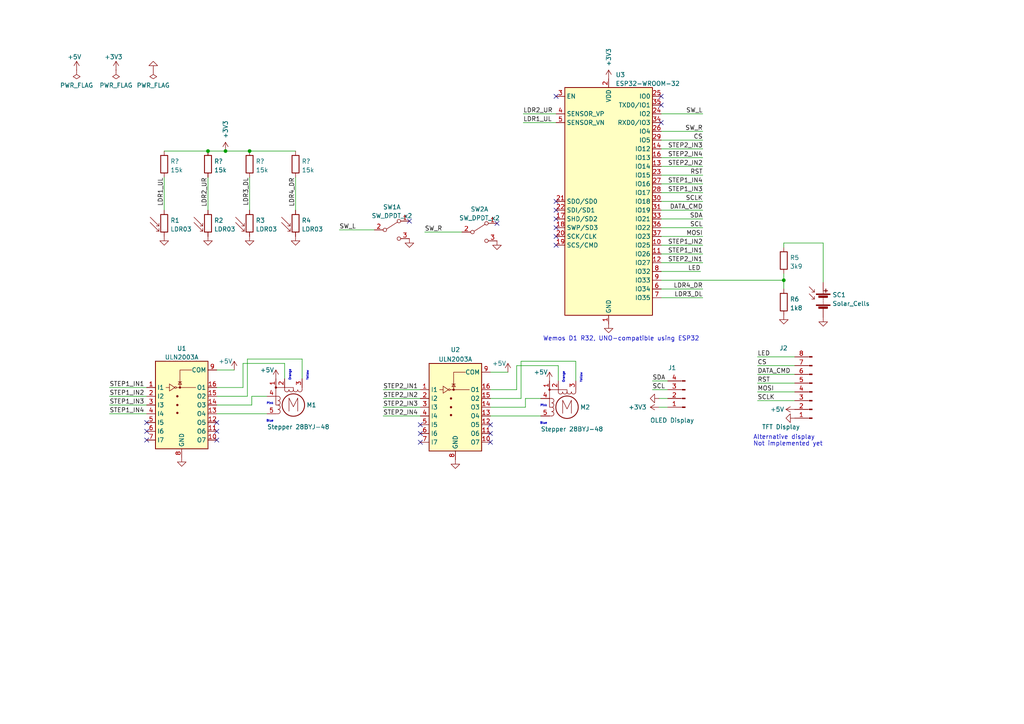
<source format=kicad_sch>
(kicad_sch (version 20211123) (generator eeschema)
  (paper "A4")
  (lib_symbols
    (symbol "Connector:Conn_01x04_Male" (pin_names (offset 1.016) hide)
      (property "Reference" "J" (at 0 5.08 0))
      (property "Value" "Conn_01x04_Male" (at 0 -7.62 0))
      (symbol "Conn_01x04_Male_1_1"
        (polyline (pts (xy 1.27 -5.08) (xy 0.8636 -5.08)) (stroke (width 0.1524)))
        (polyline (pts (xy 1.27 -2.54) (xy 0.8636 -2.54)) (stroke (width 0.1524)))
        (polyline (pts (xy 1.27 0) (xy 0.8636 0)) (stroke (width 0.1524)))
        (polyline (pts (xy 1.27 2.54) (xy 0.8636 2.54)) (stroke (width 0.1524)))
        (rectangle (start 0.8636 -4.953) (end 0 -5.207) (stroke (width 0.1524)) (fill (type outline)))
        (rectangle (start 0.8636 -2.413) (end 0 -2.667) (stroke (width 0.1524)) (fill (type outline)))
        (rectangle (start 0.8636 0.127) (end 0 -0.127) (stroke (width 0.1524)) (fill (type outline)))
        (rectangle (start 0.8636 2.667) (end 0 2.413) (stroke (width 0.1524)) (fill (type outline)))
        (pin passive line (at 5.08 2.54 180) (length 3.81) (name "Pin_1") (number "1"))
        (pin passive line (at 5.08 0 180) (length 3.81) (name "Pin_2") (number "2"))
        (pin passive line (at 5.08 -2.54 180) (length 3.81) (name "Pin_3") (number "3"))
        (pin passive line (at 5.08 -5.08 180) (length 3.81) (name "Pin_4") (number "4"))
      )
    )
    (symbol "Connector:Conn_01x08_Male" (pin_names (offset 1.016) hide)
      (property "Reference" "J" (at 0 10.16 0))
      (property "Value" "Conn_01x08_Male" (at 0 -12.7 0))
      (symbol "Conn_01x08_Male_1_1"
        (polyline (pts (xy 1.27 -10.16) (xy 0.8636 -10.16)) (stroke (width 0.1524)))
        (polyline (pts (xy 1.27 -7.62) (xy 0.8636 -7.62)) (stroke (width 0.1524)))
        (polyline (pts (xy 1.27 -5.08) (xy 0.8636 -5.08)) (stroke (width 0.1524)))
        (polyline (pts (xy 1.27 -2.54) (xy 0.8636 -2.54)) (stroke (width 0.1524)))
        (polyline (pts (xy 1.27 0) (xy 0.8636 0)) (stroke (width 0.1524)))
        (polyline (pts (xy 1.27 2.54) (xy 0.8636 2.54)) (stroke (width 0.1524)))
        (polyline (pts (xy 1.27 5.08) (xy 0.8636 5.08)) (stroke (width 0.1524)))
        (polyline (pts (xy 1.27 7.62) (xy 0.8636 7.62)) (stroke (width 0.1524)))
        (rectangle (start 0.8636 -10.033) (end 0 -10.287) (stroke (width 0.1524)) (fill (type outline)))
        (rectangle (start 0.8636 -7.493) (end 0 -7.747) (stroke (width 0.1524)) (fill (type outline)))
        (rectangle (start 0.8636 -4.953) (end 0 -5.207) (stroke (width 0.1524)) (fill (type outline)))
        (rectangle (start 0.8636 -2.413) (end 0 -2.667) (stroke (width 0.1524)) (fill (type outline)))
        (rectangle (start 0.8636 0.127) (end 0 -0.127) (stroke (width 0.1524)) (fill (type outline)))
        (rectangle (start 0.8636 2.667) (end 0 2.413) (stroke (width 0.1524)) (fill (type outline)))
        (rectangle (start 0.8636 5.207) (end 0 4.953) (stroke (width 0.1524)) (fill (type outline)))
        (rectangle (start 0.8636 7.747) (end 0 7.493) (stroke (width 0.1524)) (fill (type outline)))
        (pin passive line (at 5.08 7.62 180) (length 3.81) (name "Pin_1") (number "1"))
        (pin passive line (at 5.08 5.08 180) (length 3.81) (name "Pin_2") (number "2"))
        (pin passive line (at 5.08 2.54 180) (length 3.81) (name "Pin_3") (number "3"))
        (pin passive line (at 5.08 0 180) (length 3.81) (name "Pin_4") (number "4"))
        (pin passive line (at 5.08 -2.54 180) (length 3.81) (name "Pin_5") (number "5"))
        (pin passive line (at 5.08 -5.08 180) (length 3.81) (name "Pin_6") (number "6"))
        (pin passive line (at 5.08 -7.62 180) (length 3.81) (name "Pin_7") (number "7"))
        (pin passive line (at 5.08 -10.16 180) (length 3.81) (name "Pin_8") (number "8"))
      )
    )
    (symbol "Device:R" (pin_numbers hide) (pin_names (offset 0))
      (property "Reference" "R" (at 2.032 0 90))
      (property "Value" "R" (at 0 0 90))
      (symbol "R_0_1"
        (rectangle (start -1.016 -2.54) (end 1.016 2.54) (stroke (width 0.254)))
      )
      (symbol "R_1_1"
        (pin passive line (at 0 3.81 270) (length 1.27) (name "~") (number "1"))
        (pin passive line (at 0 -3.81 90) (length 1.27) (name "~") (number "2"))
      )
    )
    (symbol "Device:Solar_Cells" (pin_numbers hide) (pin_names (offset 0) hide)
      (property "Reference" "SC" (at 2.54 2.54 0))
      (property "Value" "Solar_Cells" (at 2.54 0 0))
      (symbol "Solar_Cells_0_1"
        (rectangle (start -2.032 -1.397) (end 2.032 -1.651) (fill (type outline)))
        (rectangle (start -2.032 1.778) (end 2.032 1.524) (fill (type outline)))
        (rectangle (start -1.3208 -1.9812) (end 1.27 -2.4892) (fill (type outline)))
        (rectangle (start -1.3208 1.1938) (end 1.27 0.6858) (fill (type outline)))
        (polyline (pts (xy -2.54 0.254) (xy -4.064 1.778)))
        (polyline (pts (xy -2.54 2.286) (xy -4.064 3.81)))
        (polyline (pts (xy 0 -1.524) (xy 0 -1.27)))
        (polyline (pts (xy 0 -1.016) (xy 0 -0.762)))
        (polyline (pts (xy 0 -0.508) (xy 0 -0.254)))
        (polyline (pts (xy 0 0) (xy 0 0.254)))
        (polyline (pts (xy 0 0.508) (xy 0 0.762)))
        (polyline (pts (xy 0 1.778) (xy 0 2.54)))
        (polyline (pts (xy 0.254 2.667) (xy 1.27 2.667)) (stroke (width 0.254)))
        (polyline (pts (xy 0.762 3.175) (xy 0.762 2.159)) (stroke (width 0.254)))
        (polyline (pts (xy -2.54 1.016) (xy -2.54 0.254) (xy -3.302 0.254)))
        (polyline (pts (xy -2.54 3.048) (xy -2.54 2.286) (xy -3.302 2.286)))
      )
      (symbol "Solar_Cells_1_1"
        (pin passive line (at 0 5.08 270) (length 2.54) (name "+") (number "1"))
        (pin passive line (at 0 -5.08 90) (length 2.54) (name "-") (number "2"))
      )
    )
    (symbol "Motor:Stepper_Motor_unipolar_5pin" (pin_names (offset 0) hide)
      (property "Reference" "M" (at 3.81 2.54 0))
      (property "Value" "Stepper_Motor_unipolar_5pin" (at 3.81 1.27 0))
      (symbol "Stepper_Motor_unipolar_5pin_0_0"
        (polyline (pts (xy -1.27 -1.778) (xy -1.27 2.032) (xy 0 -0.508) (xy 1.27 2.032) (xy 1.27 -1.778)))
      )
      (symbol "Stepper_Motor_unipolar_5pin_0_1"
        (circle (center -5.08 5.08) (radius 0.0001) (fill (type outline)))
        (circle (center -5.08 5.08) (radius 0.254) (fill (type outline)))
        (arc (start -4.445 -2.54) (mid -3.81 -1.905) (end -4.445 -1.27))
        (arc (start -4.445 -1.27) (mid -3.81 -0.635) (end -4.445 0))
        (arc (start -4.445 0) (mid -3.81 0.635) (end -4.445 1.27))
        (arc (start -4.445 1.27) (mid -3.81 1.905) (end -4.445 2.54))
        (arc (start -2.54 4.445) (mid -1.905 3.81) (end -1.27 4.445))
        (arc (start -1.27 4.445) (mid -0.635 3.81) (end 0 4.445))
        (polyline (pts (xy -5.08 -2.54) (xy -4.445 -2.54)))
        (polyline (pts (xy -5.08 2.54) (xy -4.445 2.54)))
        (polyline (pts (xy -2.54 4.445) (xy -2.54 5.08)))
        (polyline (pts (xy 2.54 4.445) (xy 2.54 5.08)))
        (polyline (pts (xy -5.08 5.08) (xy -5.08 0) (xy -4.445 0)))
        (polyline (pts (xy 0 4.445) (xy 0 5.08) (xy -5.08 5.08)))
        (circle (center 0 0) (radius 3.2512) (stroke (width 0.254)))
        (arc (start 0 4.445) (mid 0.635 3.81) (end 1.27 4.445))
        (arc (start 1.27 4.445) (mid 1.905 3.81) (end 2.54 4.445))
      )
      (symbol "Stepper_Motor_unipolar_5pin_1_1"
        (pin passive line (at -5.08 7.62 270) (length 2.54) (name "~") (number "1"))
        (pin passive line (at -2.54 7.62 270) (length 2.54) (name "~") (number "2"))
        (pin passive line (at 2.54 7.62 270) (length 2.54) (name "-") (number "3"))
        (pin passive line (at -7.62 2.54 0) (length 2.54) (name "~") (number "4"))
        (pin passive line (at -7.62 -2.54 0) (length 2.54) (name "~") (number "5"))
      )
    )
    (symbol "RF_Module:ESP32-WROOM-32"
      (property "Reference" "U" (at -12.7 34.29 0))
      (property "Value" "ESP32-WROOM-32" (at 1.27 34.29 0))
      (symbol "ESP32-WROOM-32_0_1"
        (rectangle (start -12.7 33.02) (end 12.7 -33.02) (stroke (width 0.254)) (fill (type background)))
      )
      (symbol "ESP32-WROOM-32_1_1"
        (pin power_in line (at 0 -35.56 90) (length 2.54) (name "GND") (number "1"))
        (pin bidirectional line (at 15.24 -12.7 180) (length 2.54) (name "IO25") (number "10"))
        (pin bidirectional line (at 15.24 -15.24 180) (length 2.54) (name "IO26") (number "11"))
        (pin bidirectional line (at 15.24 -17.78 180) (length 2.54) (name "IO27") (number "12"))
        (pin bidirectional line (at 15.24 10.16 180) (length 2.54) (name "IO14") (number "13"))
        (pin bidirectional line (at 15.24 15.24 180) (length 2.54) (name "IO12") (number "14"))
        (pin passive line (at 0 -35.56 90) (length 2.54) hide (name "GND") (number "15"))
        (pin bidirectional line (at 15.24 12.7 180) (length 2.54) (name "IO13") (number "16"))
        (pin bidirectional line (at -15.24 -5.08 0) (length 2.54) (name "SHD/SD2") (number "17"))
        (pin bidirectional line (at -15.24 -7.62 0) (length 2.54) (name "SWP/SD3") (number "18"))
        (pin bidirectional line (at -15.24 -12.7 0) (length 2.54) (name "SCS/CMD") (number "19"))
        (pin power_in line (at 0 35.56 270) (length 2.54) (name "VDD") (number "2"))
        (pin bidirectional line (at -15.24 -10.16 0) (length 2.54) (name "SCK/CLK") (number "20"))
        (pin bidirectional line (at -15.24 0 0) (length 2.54) (name "SDO/SD0") (number "21"))
        (pin bidirectional line (at -15.24 -2.54 0) (length 2.54) (name "SDI/SD1") (number "22"))
        (pin bidirectional line (at 15.24 7.62 180) (length 2.54) (name "IO15") (number "23"))
        (pin bidirectional line (at 15.24 25.4 180) (length 2.54) (name "IO2") (number "24"))
        (pin bidirectional line (at 15.24 30.48 180) (length 2.54) (name "IO0") (number "25"))
        (pin bidirectional line (at 15.24 20.32 180) (length 2.54) (name "IO4") (number "26"))
        (pin bidirectional line (at 15.24 5.08 180) (length 2.54) (name "IO16") (number "27"))
        (pin bidirectional line (at 15.24 2.54 180) (length 2.54) (name "IO17") (number "28"))
        (pin bidirectional line (at 15.24 17.78 180) (length 2.54) (name "IO5") (number "29"))
        (pin input line (at -15.24 30.48 0) (length 2.54) (name "EN") (number "3"))
        (pin bidirectional line (at 15.24 0 180) (length 2.54) (name "IO18") (number "30"))
        (pin bidirectional line (at 15.24 -2.54 180) (length 2.54) (name "IO19") (number "31"))
        (pin no_connect line (at -12.7 -27.94 0) (length 2.54) hide (name "NC") (number "32"))
        (pin bidirectional line (at 15.24 -5.08 180) (length 2.54) (name "IO21") (number "33"))
        (pin bidirectional line (at 15.24 22.86 180) (length 2.54) (name "RXD0/IO3") (number "34"))
        (pin bidirectional line (at 15.24 27.94 180) (length 2.54) (name "TXD0/IO1") (number "35"))
        (pin bidirectional line (at 15.24 -7.62 180) (length 2.54) (name "IO22") (number "36"))
        (pin bidirectional line (at 15.24 -10.16 180) (length 2.54) (name "IO23") (number "37"))
        (pin passive line (at 0 -35.56 90) (length 2.54) hide (name "GND") (number "38"))
        (pin passive line (at 0 -35.56 90) (length 2.54) hide (name "GND") (number "39"))
        (pin input line (at -15.24 25.4 0) (length 2.54) (name "SENSOR_VP") (number "4"))
        (pin input line (at -15.24 22.86 0) (length 2.54) (name "SENSOR_VN") (number "5"))
        (pin input line (at 15.24 -25.4 180) (length 2.54) (name "IO34") (number "6"))
        (pin input line (at 15.24 -27.94 180) (length 2.54) (name "IO35") (number "7"))
        (pin bidirectional line (at 15.24 -20.32 180) (length 2.54) (name "IO32") (number "8"))
        (pin bidirectional line (at 15.24 -22.86 180) (length 2.54) (name "IO33") (number "9"))
      )
    )
    (symbol "Sensor_Optical:LDR03" (pin_numbers hide) (pin_names (offset 0))
      (property "Reference" "R" (at -5.08 0 90))
      (property "Value" "LDR03" (at 1.905 0 90))
      (symbol "LDR03_0_1"
        (rectangle (start -1.016 2.54) (end 1.016 -2.54) (stroke (width 0.254)))
        (polyline (pts (xy -1.524 -2.286) (xy -4.064 0.254)))
        (polyline (pts (xy -1.524 -2.286) (xy -2.286 -2.286)))
        (polyline (pts (xy -1.524 -2.286) (xy -1.524 -1.524)))
        (polyline (pts (xy -1.524 -0.762) (xy -4.064 1.778)))
        (polyline (pts (xy -1.524 -0.762) (xy -2.286 -0.762)))
        (polyline (pts (xy -1.524 -0.762) (xy -1.524 0)))
      )
      (symbol "LDR03_1_1"
        (pin passive line (at 0 3.81 270) (length 1.27) (name "~") (number "1"))
        (pin passive line (at 0 -3.81 90) (length 1.27) (name "~") (number "2"))
      )
    )
    (symbol "Switch:SW_DPDT_x2" (pin_names (offset 0) hide)
      (property "Reference" "SW" (at 0 4.318 0))
      (property "Value" "SW_DPDT_x2" (at 0 -5.08 0))
      (symbol "SW_DPDT_x2_0_0"
        (circle (center -2.032 0) (radius 0.508))
        (circle (center 2.032 -2.54) (radius 0.508))
      )
      (symbol "SW_DPDT_x2_0_1"
        (polyline (pts (xy -1.524 0.254) (xy 1.651 2.286)))
        (circle (center 2.032 2.54) (radius 0.508))
      )
      (symbol "SW_DPDT_x2_1_1"
        (pin passive line (at 5.08 2.54 180) (length 2.54) (name "A") (number "1"))
        (pin passive line (at -5.08 0 0) (length 2.54) (name "B") (number "2"))
        (pin passive line (at 5.08 -2.54 180) (length 2.54) (name "C") (number "3"))
      )
      (symbol "SW_DPDT_x2_2_1"
        (pin passive line (at 5.08 2.54 180) (length 2.54) (name "A") (number "4"))
        (pin passive line (at -5.08 0 0) (length 2.54) (name "B") (number "5"))
        (pin passive line (at 5.08 -2.54 180) (length 2.54) (name "C") (number "6"))
      )
    )
    (symbol "Transistor_Array:ULN2003A"
      (property "Reference" "U" (at 0 15.875 0))
      (property "Value" "ULN2003A" (at 0 13.97 0))
      (symbol "ULN2003A_0_1"
        (rectangle (start -7.62 -12.7) (end 7.62 12.7) (stroke (width 0.254)) (fill (type background)))
        (circle (center -1.778 5.08) (radius 0.254))
        (circle (center -1.27 -2.286) (radius 0.254) (fill (type outline)))
        (circle (center -1.27 0) (radius 0.254) (fill (type outline)))
        (circle (center -1.27 2.54) (radius 0.254) (fill (type outline)))
        (circle (center -0.508 5.08) (radius 0.254) (fill (type outline)))
        (polyline (pts (xy -4.572 5.08) (xy -3.556 5.08)))
        (polyline (pts (xy -1.524 5.08) (xy 4.064 5.08)))
        (polyline (pts (xy 0 6.731) (xy -1.016 6.731)))
        (polyline (pts (xy -0.508 5.08) (xy -0.508 10.16) (xy 2.921 10.16)))
        (polyline (pts (xy -3.556 6.096) (xy -3.556 4.064) (xy -2.032 5.08) (xy -3.556 6.096)))
        (polyline (pts (xy 0 5.969) (xy -1.016 5.969) (xy -0.508 6.731) (xy 0 5.969)))
      )
      (symbol "ULN2003A_1_1"
        (pin input line (at -10.16 5.08 0) (length 2.54) (name "I1") (number "1"))
        (pin open_collector line (at 10.16 -10.16 180) (length 2.54) (name "O7") (number "10"))
        (pin open_collector line (at 10.16 -7.62 180) (length 2.54) (name "O6") (number "11"))
        (pin open_collector line (at 10.16 -5.08 180) (length 2.54) (name "O5") (number "12"))
        (pin open_collector line (at 10.16 -2.54 180) (length 2.54) (name "O4") (number "13"))
        (pin open_collector line (at 10.16 0 180) (length 2.54) (name "O3") (number "14"))
        (pin open_collector line (at 10.16 2.54 180) (length 2.54) (name "O2") (number "15"))
        (pin open_collector line (at 10.16 5.08 180) (length 2.54) (name "O1") (number "16"))
        (pin input line (at -10.16 2.54 0) (length 2.54) (name "I2") (number "2"))
        (pin input line (at -10.16 0 0) (length 2.54) (name "I3") (number "3"))
        (pin input line (at -10.16 -2.54 0) (length 2.54) (name "I4") (number "4"))
        (pin input line (at -10.16 -5.08 0) (length 2.54) (name "I5") (number "5"))
        (pin input line (at -10.16 -7.62 0) (length 2.54) (name "I6") (number "6"))
        (pin input line (at -10.16 -10.16 0) (length 2.54) (name "I7") (number "7"))
        (pin power_in line (at 0 -15.24 90) (length 2.54) (name "GND") (number "8"))
        (pin passive line (at 10.16 10.16 180) (length 2.54) (name "COM") (number "9"))
      )
    )
    (symbol "power:+3V3" (power) (pin_names (offset 0))
      (property "Value" "+3V3" (at 0 3.556 0))
      (symbol "+3V3_0_1"
        (polyline (pts (xy -0.762 1.27) (xy 0 2.54)))
        (polyline (pts (xy 0 0) (xy 0 2.54)))
        (polyline (pts (xy 0 2.54) (xy 0.762 1.27)))
      )
      (symbol "+3V3_1_1"
        (pin power_in line (at 0 0 90) (length 0) hide (name "+3V3") (number "1"))
      )
    )
    (symbol "power:+5V" (power) (pin_names (offset 0))
      (property "Value" "+5V" (at 0 3.556 0))
      (symbol "+5V_0_1"
        (polyline (pts (xy -0.762 1.27) (xy 0 2.54)))
        (polyline (pts (xy 0 0) (xy 0 2.54)))
        (polyline (pts (xy 0 2.54) (xy 0.762 1.27)))
      )
      (symbol "+5V_1_1"
        (pin power_in line (at 0 0 90) (length 0) hide (name "+5V") (number "1"))
      )
    )
    (symbol "power:GND" (power) (pin_names (offset 0))
      (property "Value" "GND" (at 0 -3.81 0))
      (symbol "GND_0_1"
        (polyline (pts (xy 0 0) (xy 0 -1.27) (xy 1.27 -1.27) (xy 0 -2.54) (xy -1.27 -1.27) (xy 0 -1.27)))
      )
      (symbol "GND_1_1"
        (pin power_in line (at 0 0 270) (length 0) hide (name "GND") (number "1"))
      )
    )
    (symbol "power:PWR_FLAG" (power) (pin_numbers hide) (pin_names (offset 0) hide)
      (property "Value" "PWR_FLAG" (at 0 3.81 0))
      (symbol "PWR_FLAG_0_0"
        (pin power_out line (at 0 0 90) (length 0) (name "pwr") (number "1"))
      )
      (symbol "PWR_FLAG_0_1"
        (polyline (pts (xy 0 0) (xy 0 1.27) (xy -1.016 1.905) (xy 0 2.54) (xy 1.016 1.905) (xy 0 1.27)))
      )
    )
  )
  (junction (at 65.405 43.815))
  (junction (at 72.39 43.815))
  (junction (at 60.325 43.815))
  (junction (at 227.33 81.28))
  (no_connect (at 62.865 127.635))
  (no_connect (at 42.545 125.095))
  (no_connect (at 62.865 125.095))
  (no_connect (at 161.29 27.94))
  (no_connect (at 191.77 35.56))
  (no_connect (at 191.77 30.48))
  (no_connect (at 191.77 27.94))
  (no_connect (at 161.29 58.42))
  (no_connect (at 161.29 60.96))
  (no_connect (at 161.29 63.5))
  (no_connect (at 161.29 66.04))
  (no_connect (at 161.29 68.58))
  (no_connect (at 161.29 71.12))
  (no_connect (at 62.865 122.555))
  (no_connect (at 42.545 122.555))
  (no_connect (at 142.24 125.73))
  (no_connect (at 142.24 128.27))
  (no_connect (at 121.92 128.27))
  (no_connect (at 121.92 125.73))
  (no_connect (at 142.24 123.19))
  (no_connect (at 144.145 64.77))
  (no_connect (at 118.745 64.135))
  (no_connect (at 121.92 123.19))
  (no_connect (at 42.545 127.635))
  (wire (pts (xy 191.77 50.8) (xy 203.835 50.8)))
  (wire (pts (xy 156.845 115.57) (xy 152.4 115.57)))
  (wire (pts (xy 85.725 51.435) (xy 85.725 60.96)))
  (wire (pts (xy 227.33 71.755) (xy 227.33 70.485)))
  (wire (pts (xy 191.77 33.02) (xy 203.835 33.02)))
  (wire (pts (xy 87.63 104.14) (xy 71.755 104.14)))
  (wire (pts (xy 227.33 81.28) (xy 227.33 83.82)))
  (wire (pts (xy 142.24 118.11) (xy 152.4 118.11)))
  (wire (pts (xy 31.75 120.015) (xy 42.545 120.015)))
  (wire (pts (xy 47.625 51.435) (xy 47.625 60.96)))
  (wire (pts (xy 227.33 79.375) (xy 227.33 81.28)))
  (wire (pts (xy 191.77 68.58) (xy 203.835 68.58)))
  (wire (pts (xy 219.71 108.585) (xy 230.505 108.585)))
  (wire (pts (xy 191.77 55.88) (xy 203.835 55.88)))
  (wire (pts (xy 72.39 51.435) (xy 72.39 60.96)))
  (wire (pts (xy 142.24 113.03) (xy 149.86 113.03)))
  (wire (pts (xy 71.755 104.14) (xy 71.755 114.935)))
  (wire (pts (xy 191.135 118.11) (xy 193.675 118.11)))
  (wire (pts (xy 62.865 120.015) (xy 77.47 120.015)))
  (wire (pts (xy 191.77 86.36) (xy 203.835 86.36)))
  (wire (pts (xy 191.77 40.64) (xy 203.835 40.64)))
  (wire (pts (xy 219.71 106.045) (xy 230.505 106.045)))
  (wire (pts (xy 62.865 112.395) (xy 70.485 112.395)))
  (wire (pts (xy 72.39 43.815) (xy 85.725 43.815)))
  (wire (pts (xy 191.77 78.74) (xy 203.2 78.74)))
  (wire (pts (xy 62.865 117.475) (xy 73.025 117.475)))
  (wire (pts (xy 191.77 66.04) (xy 203.835 66.04)))
  (wire (pts (xy 111.125 113.03) (xy 121.92 113.03)))
  (wire (pts (xy 189.23 113.03) (xy 193.675 113.03)))
  (wire (pts (xy 47.625 43.815) (xy 60.325 43.815)))
  (wire (pts (xy 31.75 112.395) (xy 42.545 112.395)))
  (wire (pts (xy 191.77 71.12) (xy 203.835 71.12)))
  (wire (pts (xy 87.63 109.855) (xy 87.63 104.14)))
  (wire (pts (xy 219.71 113.665) (xy 230.505 113.665)))
  (wire (pts (xy 167.005 104.775) (xy 151.13 104.775)))
  (wire (pts (xy 62.865 107.315) (xy 67.945 107.315)))
  (wire (pts (xy 111.125 115.57) (xy 121.92 115.57)))
  (wire (pts (xy 219.71 116.205) (xy 230.505 116.205)))
  (wire (pts (xy 161.925 106.045) (xy 149.86 106.045)))
  (wire (pts (xy 149.86 106.045) (xy 149.86 113.03)))
  (wire (pts (xy 73.025 114.935) (xy 73.025 117.475)))
  (wire (pts (xy 191.77 43.18) (xy 203.835 43.18)))
  (wire (pts (xy 219.71 103.505) (xy 230.505 103.505)))
  (wire (pts (xy 111.125 118.11) (xy 121.92 118.11)))
  (wire (pts (xy 152.4 115.57) (xy 152.4 118.11)))
  (wire (pts (xy 60.325 43.815) (xy 65.405 43.815)))
  (wire (pts (xy 142.24 120.65) (xy 156.845 120.65)))
  (wire (pts (xy 191.77 58.42) (xy 203.835 58.42)))
  (wire (pts (xy 31.75 114.935) (xy 42.545 114.935)))
  (wire (pts (xy 82.55 109.855) (xy 82.55 105.41)))
  (wire (pts (xy 189.23 110.49) (xy 193.675 110.49)))
  (wire (pts (xy 62.865 114.935) (xy 71.755 114.935)))
  (wire (pts (xy 98.425 66.675) (xy 108.585 66.675)))
  (wire (pts (xy 77.47 114.935) (xy 73.025 114.935)))
  (wire (pts (xy 151.765 33.02) (xy 161.29 33.02)))
  (wire (pts (xy 161.925 110.49) (xy 161.925 106.045)))
  (wire (pts (xy 191.77 83.82) (xy 203.835 83.82)))
  (wire (pts (xy 191.77 53.34) (xy 203.835 53.34)))
  (wire (pts (xy 142.24 107.95) (xy 147.32 107.95)))
  (wire (pts (xy 191.77 63.5) (xy 203.835 63.5)))
  (wire (pts (xy 191.77 60.96) (xy 203.835 60.96)))
  (wire (pts (xy 238.76 70.485) (xy 238.76 81.915)))
  (wire (pts (xy 191.135 115.57) (xy 193.675 115.57)))
  (wire (pts (xy 60.325 51.435) (xy 60.325 60.96)))
  (wire (pts (xy 65.405 43.815) (xy 72.39 43.815)))
  (wire (pts (xy 70.485 105.41) (xy 70.485 112.395)))
  (wire (pts (xy 191.77 81.28) (xy 227.33 81.28)))
  (wire (pts (xy 82.55 105.41) (xy 70.485 105.41)))
  (wire (pts (xy 191.77 48.26) (xy 203.835 48.26)))
  (wire (pts (xy 142.24 115.57) (xy 151.13 115.57)))
  (wire (pts (xy 111.125 120.65) (xy 121.92 120.65)))
  (wire (pts (xy 191.77 45.72) (xy 203.835 45.72)))
  (wire (pts (xy 219.71 111.125) (xy 230.505 111.125)))
  (wire (pts (xy 31.75 117.475) (xy 42.545 117.475)))
  (wire (pts (xy 167.005 110.49) (xy 167.005 104.775)))
  (wire (pts (xy 191.77 38.1) (xy 203.835 38.1)))
  (wire (pts (xy 151.13 104.775) (xy 151.13 115.57)))
  (wire (pts (xy 191.77 76.2) (xy 203.835 76.2)))
  (wire (pts (xy 227.33 70.485) (xy 238.76 70.485)))
  (wire (pts (xy 123.19 67.31) (xy 133.985 67.31)))
  (wire (pts (xy 151.765 35.56) (xy 161.29 35.56)))
  (wire (pts (xy 191.77 73.66) (xy 203.835 73.66)))
  (text "Blue" (at 79.375 122.555 180) (effects (font (size 0.6 0.6)) (justify right bottom)))
  (text "Wemos D1 R32, UNO-compatible using ESP32" (at 157.48 99.06 0) (effects (font (size 1.27 1.27)) (justify left bottom)))
  (text "Not implemented yet" (at 218.44 129.54 0) (effects (font (size 1.27 1.27)) (justify left bottom)))
  (text "Blue" (at 158.75 123.19 180) (effects (font (size 0.6 0.6)) (justify right bottom)))
  (text "Yellow" (at 89.535 110.49 90) (effects (font (size 0.6 0.6)) (justify left bottom)))
  (text "Alternative display" (at 218.44 127.635 0) (effects (font (size 1.27 1.27)) (justify left bottom)))
  (text "Pink" (at 79.375 117.475 180) (effects (font (size 0.6 0.6)) (justify right bottom)))
  (text "Orange" (at 163.83 111.125 90) (effects (font (size 0.6 0.6)) (justify left bottom)))
  (text "Orange" (at 84.455 110.49 90) (effects (font (size 0.6 0.6)) (justify left bottom)))
  (text "Pink" (at 158.75 118.11 180) (effects (font (size 0.6 0.6)) (justify right bottom)))
  (text "Yellow" (at 168.91 111.125 90) (effects (font (size 0.6 0.6)) (justify left bottom)))
  (label "STEP1_IN1" (at 203.835 73.66 180))
  (label "SDA" (at 189.23 110.49 0))
  (label "STEP1_IN2" (at 31.75 114.935 0))
  (label "STEP1_IN3" (at 203.835 55.88 180))
  (label "LDR3_DL" (at 72.39 51.435 270))
  (label "SCLK" (at 203.835 58.42 180))
  (label "LDR4_DR" (at 85.725 51.435 270))
  (label "LDR1_UL" (at 47.625 51.435 270))
  (label "STEP2_IN4" (at 111.125 120.65 0))
  (label "SCL" (at 203.835 66.04 180))
  (label "CS" (at 203.835 40.64 180))
  (label "RST" (at 203.835 50.8 180))
  (label "DATA_CMD" (at 203.835 60.96 180))
  (label "LED" (at 203.2 78.74 180))
  (label "STEP2_IN2" (at 203.835 48.26 180))
  (label "STEP2_IN4" (at 203.835 45.72 180))
  (label "LDR2_UR" (at 151.765 33.02 0))
  (label "SW_R" (at 123.19 67.31 0))
  (label "RST" (at 219.71 111.125 0))
  (label "STEP1_IN4" (at 31.75 120.015 0))
  (label "MOSI" (at 219.71 113.665 0))
  (label "STEP1_IN3" (at 31.75 117.475 0))
  (label "STEP2_IN1" (at 111.125 113.03 0))
  (label "STEP1_IN4" (at 203.835 53.34 180))
  (label "STEP2_IN1" (at 203.835 76.2 180))
  (label "LED" (at 219.71 103.505 0))
  (label "MOSI" (at 203.835 68.58 180))
  (label "STEP2_IN3" (at 203.835 43.18 180))
  (label "STEP1_IN1" (at 31.75 112.395 0))
  (label "SW_L" (at 203.835 33.02 180))
  (label "SDA" (at 203.835 63.5 180))
  (label "LDR1_UL" (at 151.765 35.56 0))
  (label "CS" (at 219.71 106.045 0))
  (label "DATA_CMD" (at 219.71 108.585 0))
  (label "STEP1_IN2" (at 203.835 71.12 180))
  (label "SW_L" (at 98.425 66.675 0))
  (label "SW_R" (at 203.835 38.1 180))
  (label "LDR4_DR" (at 203.835 83.82 180))
  (label "LDR2_UR" (at 60.325 51.435 270))
  (label "STEP2_IN3" (at 111.125 118.11 0))
  (label "STEP2_IN2" (at 111.125 115.57 0))
  (label "SCLK" (at 219.71 116.205 0))
  (label "SCL" (at 189.23 113.03 0))
  (label "LDR3_DL" (at 203.835 86.36 180))
  (symbol (lib_id "power:GND") (at 144.145 69.85 0) (unit 1)
    (property "Reference" "#PWR013" (effects hide))
    (property "Value" "GND" (effects hide))
  )
  (symbol (lib_id "Switch:SW_DPDT_x2") (at 113.665 66.675 0) (unit 1)
    (property "Reference" "SW1" (at 113.665 60.0542 0))
    (property "Value" "SW_DPDT_x2" (at 113.665 62.5911 0))
  )
  (symbol (lib_id "power:+3V3") (at 65.405 43.815 0) (unit 1)
    (property "Reference" "#PWR?" (effects hide))
    (property "Value" "+3V3" (at 65.405 34.925 90) (effects (justify right)))
  )
  (symbol (lib_id "power:GND") (at 238.76 92.075 0) (unit 1)
    (property "Reference" "#PWR023" (effects hide))
    (property "Value" "GND" (effects hide))
  )
  (symbol (lib_id "power:+5V") (at 159.385 110.49 0) (unit 1)
    (property "Reference" "#PWR015" (effects hide))
    (property "Value" "+5V" (at 156.845 107.95 0))
  )
  (symbol (lib_id "power:+5V") (at 22.225 20.32 0) (unit 1)
    (property "Reference" "#PWR02" (effects hide))
    (property "Value" "+5V" (at 21.59 16.51 0))
  )
  (symbol (lib_id "power:+3V3") (at 33.655 20.32 0) (unit 1)
    (property "Reference" "#PWR05" (effects hide))
    (property "Value" "+3V3" (at 35.56 16.51 0) (effects (justify right)))
  )
  (symbol (lib_id "Transistor_Array:ULN2003A") (at 132.08 118.11 0) (unit 1)
    (property "Reference" "U2" (at 132.08 101.4435 0))
    (property "Value" "ULN2003A" (at 132.08 104.2186 0))
    (property "Footprint" "Package_SO:SOP-16_3.9x9.9mm_P1.27mm" (effects hide))
    (property "Datasheet" "http://www.ti.com/lit/ds/symlink/uln2003a.pdf" (effects hide))
  )
  (symbol (lib_id "power:+5V") (at 147.32 107.95 0) (unit 1)
    (property "Reference" "#PWR014" (effects hide))
    (property "Value" "+5V" (at 144.78 105.41 0))
  )
  (symbol (lib_id "power:+3V3") (at 191.135 118.11 90) (unit 1)
    (property "Reference" "#PWR019" (effects hide))
    (property "Value" "+3V3" (at 182.245 118.11 90) (effects (justify right)))
  )
  (symbol (lib_id "power:+5V") (at 67.945 107.315 0) (unit 1)
    (property "Reference" "#PWR06" (effects hide))
    (property "Value" "+5V" (at 65.405 104.775 0))
  )
  (symbol (lib_id "power:GND") (at 47.625 68.58 0) (unit 1)
    (property "Reference" "#PWR01" (effects hide))
    (property "Value" "GND" (effects hide))
  )
  (symbol (lib_id "Switch:SW_DPDT_x2") (at 139.065 67.31 0) (unit 1)
    (property "Reference" "SW2" (at 139.065 60.6892 0))
    (property "Value" "SW_DPDT_x2" (at 139.065 63.2261 0))
  )
  (symbol (lib_id "Connector:Conn_01x08_Male") (at 235.585 113.665 180) (unit 1)
    (property "Reference" "J2" (at 226.06 100.965 0) (effects (justify right)))
    (property "Value" "TFT Display" (at 220.98 123.825 0) (effects (justify right)))
  )
  (symbol (lib_id "Transistor_Array:ULN2003A") (at 52.705 117.475 0) (unit 1)
    (property "Reference" "U1" (at 52.705 101.0752 0))
    (property "Value" "ULN2003A" (at 52.705 103.6121 0))
    (property "Footprint" "Package_SO:SOP-16_3.9x9.9mm_P1.27mm" (effects hide))
    (property "Datasheet" "http://www.ti.com/lit/ds/symlink/uln2003a.pdf" (effects hide))
  )
  (symbol (lib_id "power:PWR_FLAG") (at 33.655 20.32 180) (unit 1)
    (property "Reference" "#FLG02" (effects hide))
    (property "Value" "PWR_FLAG" (at 33.655 24.7634 0))
  )
  (symbol (lib_id "power:GND") (at 191.135 115.57 270) (unit 1)
    (property "Reference" "#PWR018" (effects hide))
    (property "Value" "GND" (effects hide))
  )
  (symbol (lib_id "power:+5V") (at 80.01 109.855 0) (unit 1)
    (property "Reference" "#PWR09" (effects hide))
    (property "Value" "+5V" (at 77.47 107.315 0))
  )
  (symbol (lib_id "power:GND") (at 72.39 68.58 0) (unit 1)
    (property "Reference" "#PWR08" (effects hide))
    (property "Value" "GND" (effects hide))
  )
  (symbol (lib_id "Sensor_Optical:LDR03") (at 85.725 64.77 0) (unit 1)
    (property "Reference" "R4" (at 87.503 63.9353 0) (effects (justify left)))
    (property "Value" "LDR03" (at 87.503 66.4722 0) (effects (justify left)))
    (property "Footprint" "OptoDevice:R_LDR_10x8.5mm_P7.6mm_Vertical" (effects hide))
    (property "Datasheet" "http://www.elektronica-componenten.nl/WebRoot/StoreNL/Shops/61422969/54F1/BA0C/C664/31B9/2173/C0A8/2AB9/2AEF/LDR03IMP.pdf" (effects hide))
  )
  (symbol (lib_id "power:GND") (at 227.33 91.44 0) (unit 1)
    (property "Reference" "#PWR020" (effects hide))
    (property "Value" "GND" (effects hide))
  )
  (symbol (lib_id "Device:Solar_Cells") (at 238.76 86.995 0) (unit 1)
    (property "Reference" "SC1" (at 241.427 85.5253 0) (effects (justify left)))
    (property "Value" "Solar_Cells" (at 241.427 88.0622 0) (effects (justify left)))
  )
  (symbol (lib_id "power:GND") (at 44.45 20.32 180) (unit 1)
    (property "Reference" "#PWR07" (effects hide))
    (property "Value" "GND" (effects hide))
  )
  (symbol (lib_id "Sensor_Optical:LDR03") (at 72.39 64.77 0) (unit 1)
    (property "Reference" "R3" (at 74.168 63.9353 0) (effects (justify left)))
    (property "Value" "LDR03" (at 74.168 66.4722 0) (effects (justify left)))
    (property "Footprint" "OptoDevice:R_LDR_10x8.5mm_P7.6mm_Vertical" (effects hide))
    (property "Datasheet" "http://www.elektronica-componenten.nl/WebRoot/StoreNL/Shops/61422969/54F1/BA0C/C664/31B9/2173/C0A8/2AB9/2AEF/LDR03IMP.pdf" (effects hide))
  )
  (symbol (lib_id "power:+5V") (at 230.505 118.745 90) (unit 1)
    (property "Reference" "#PWR021" (effects hide))
    (property "Value" "+5V" (at 225.425 118.745 90))
  )
  (symbol (lib_id "power:GND") (at 176.53 93.98 0) (unit 1)
    (property "Reference" "#PWR017" (effects hide))
    (property "Value" "GND" (effects hide))
  )
  (symbol (lib_id "Motor:Stepper_Motor_unipolar_5pin") (at 164.465 118.11 0) (unit 1)
    (property "Reference" "M2" (at 168.275 118.11 0) (effects (justify left)))
    (property "Value" "Stepper 28BYJ-48" (at 156.845 124.46 0) (effects (justify left)))
    (property "Footprint" "Connector_JST:JST_EH_B5B-EH-A_1x05_P2.50mm_Vertical" (effects hide))
    (property "Datasheet" "http://www.infineon.com/dgdl/Application-Note-TLE8110EE_driving_UniPolarStepperMotor_V1.1.pdf?fileId=db3a30431be39b97011be5d0aa0a00b0" (effects hide))
  )
  (symbol (lib_id "power:GND") (at 60.325 68.58 0) (unit 1)
    (property "Reference" "#PWR04" (effects hide))
    (property "Value" "GND" (effects hide))
  )
  (symbol (lib_id "RF_Module:ESP32-WROOM-32") (at 176.53 58.42 0) (unit 1)
    (property "Reference" "U3" (at 178.5494 21.7002 0) (effects (justify left)))
    (property "Value" "ESP32-WROOM-32" (at 178.5494 24.2371 0) (effects (justify left)))
    (property "Footprint" "RF_Module:ESP32-WROOM-32" (effects hide))
    (property "Datasheet" "https://www.espressif.com/sites/default/files/documentation/esp32-wroom-32_datasheet_en.pdf" (effects hide))
  )
  (symbol (lib_id "power:PWR_FLAG") (at 22.225 20.32 180) (unit 1)
    (property "Reference" "#FLG01" (effects hide))
    (property "Value" "PWR_FLAG" (at 22.225 24.7634 0))
  )
  (symbol (lib_id "Device:R") (at 72.39 47.625 0) (unit 1)
    (property "Reference" "R?" (at 74.168 46.7903 0) (effects (justify left)))
    (property "Value" "15k" (at 74.168 49.3272 0) (effects (justify left)))
  )
  (symbol (lib_id "Device:R") (at 227.33 75.565 0) (unit 1)
    (property "Reference" "R5" (at 229.108 74.7303 0) (effects (justify left)))
    (property "Value" "3k9" (at 229.108 77.2672 0) (effects (justify left)))
  )
  (symbol (lib_id "Device:R") (at 85.725 47.625 0) (unit 1)
    (property "Reference" "R?" (at 87.503 46.7903 0) (effects (justify left)))
    (property "Value" "15k" (at 87.503 49.3272 0) (effects (justify left)))
  )
  (symbol (lib_id "power:GND") (at 118.745 69.215 0) (unit 1)
    (property "Reference" "#PWR011" (effects hide))
    (property "Value" "GND" (effects hide))
  )
  (symbol (lib_id "power:GND") (at 85.725 68.58 0) (unit 1)
    (property "Reference" "#PWR010" (effects hide))
    (property "Value" "GND" (effects hide))
  )
  (symbol (lib_id "power:GND") (at 230.505 121.285 270) (unit 1)
    (property "Reference" "#PWR022" (effects hide))
    (property "Value" "GND" (effects hide))
  )
  (symbol (lib_id "Device:R") (at 47.625 47.625 0) (unit 1)
    (property "Reference" "R?" (at 49.403 46.7903 0) (effects (justify left)))
    (property "Value" "15k" (at 49.403 49.3272 0) (effects (justify left)))
  )
  (symbol (lib_id "power:GND") (at 132.08 133.35 0) (unit 1)
    (property "Reference" "#PWR012" (effects hide))
    (property "Value" "GND" (effects hide))
  )
  (symbol (lib_id "Device:R") (at 60.325 47.625 0) (unit 1)
    (property "Reference" "R?" (at 62.103 46.7903 0) (effects (justify left)))
    (property "Value" "15k" (at 62.103 49.3272 0) (effects (justify left)))
  )
  (symbol (lib_id "power:GND") (at 52.705 132.715 0) (unit 1)
    (property "Reference" "#PWR03" (effects hide))
    (property "Value" "GND" (effects hide))
  )
  (symbol (lib_id "power:+3V3") (at 176.53 22.86 0) (unit 1)
    (property "Reference" "#PWR016" (effects hide))
    (property "Value" "+3V3" (at 176.53 13.97 90) (effects (justify right)))
  )
  (symbol (lib_id "Sensor_Optical:LDR03") (at 60.325 64.77 0) (unit 1)
    (property "Reference" "R2" (at 62.103 63.9353 0) (effects (justify left)))
    (property "Value" "LDR03" (at 62.103 66.4722 0) (effects (justify left)))
    (property "Footprint" "OptoDevice:R_LDR_10x8.5mm_P7.6mm_Vertical" (effects hide))
    (property "Datasheet" "http://www.elektronica-componenten.nl/WebRoot/StoreNL/Shops/61422969/54F1/BA0C/C664/31B9/2173/C0A8/2AB9/2AEF/LDR03IMP.pdf" (effects hide))
  )
  (symbol (lib_id "Sensor_Optical:LDR03") (at 47.625 64.77 0) (unit 1)
    (property "Reference" "R1" (at 49.403 63.9353 0) (effects (justify left)))
    (property "Value" "LDR03" (at 49.403 66.4722 0) (effects (justify left)))
    (property "Footprint" "OptoDevice:R_LDR_10x8.5mm_P7.6mm_Vertical" (effects hide))
    (property "Datasheet" "http://www.elektronica-componenten.nl/WebRoot/StoreNL/Shops/61422969/54F1/BA0C/C664/31B9/2173/C0A8/2AB9/2AEF/LDR03IMP.pdf" (effects hide))
  )
  (symbol (lib_id "Motor:Stepper_Motor_unipolar_5pin") (at 85.09 117.475 0) (unit 1)
    (property "Reference" "M1" (at 88.9 117.475 0) (effects (justify left)))
    (property "Value" "Stepper 28BYJ-48" (at 77.47 123.825 0) (effects (justify left)))
    (property "Footprint" "Connector_JST:JST_EH_B5B-EH-A_1x05_P2.50mm_Vertical" (effects hide))
    (property "Datasheet" "http://www.infineon.com/dgdl/Application-Note-TLE8110EE_driving_UniPolarStepperMotor_V1.1.pdf?fileId=db3a30431be39b97011be5d0aa0a00b0" (effects hide))
  )
  (symbol (lib_id "Device:R") (at 227.33 87.63 0) (unit 1)
    (property "Reference" "R6" (at 229.108 86.7953 0) (effects (justify left)))
    (property "Value" "1k8" (at 229.108 89.3322 0) (effects (justify left)))
  )
  (symbol (lib_id "Connector:Conn_01x04_Male") (at 198.755 115.57 180) (unit 1)
    (property "Reference" "J1" (at 194.945 106.68 0))
    (property "Value" "OLED Display" (at 194.945 121.92 0))
    (property "Footprint" "Eigene:OLED_1.3" (effects hide))
  )
  (symbol (lib_id "power:PWR_FLAG") (at 44.45 20.32 180) (unit 1)
    (property "Reference" "#FLG03" (effects hide))
    (property "Value" "PWR_FLAG" (at 44.45 24.7634 0))
  )
)
</source>
